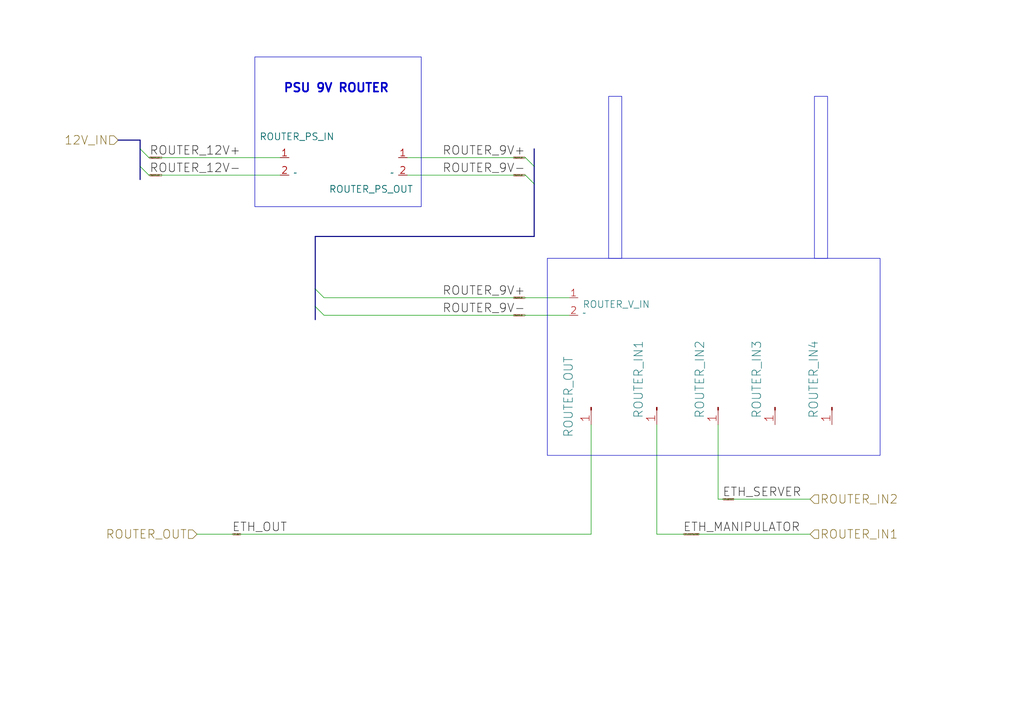
<source format=kicad_sch>
(kicad_sch (version 20231120) (generator "eeschema") (generator_version "8.0")
  (paper "A4")
  (lib_symbols
    (symbol "Connector:Conn_01x01_Pin" (pin_names (offset 1.016) hide)
      (property "Reference" "J" (at 0 6.604 0))
      (property "Value" "Conn_01x01_Pin" (at 0 -2.54 0))
      (symbol "Conn_01x01_Pin_1_1"
        (polyline (pts (xy 1.27 0) (xy 0.8636 0)) (stroke (width 0.1524)))
        (rectangle (start 0.8636 0.127) (end 0 -0.127) (stroke (width 0.1524)) (fill (type outline)))
        (pin passive line (at 5.08 0 180) (length 3.81) (name "Pin_1") (number "1"))
      )
    )
    (symbol "Connector:Conn_01x02_(wide)"
      (property "Reference" "J" (at 0 0 0))
      (symbol "Conn_01x02_(wide)_1_1"
        (pin input line (at -2.54 -5.08 0) (length 2.54) (name "") (number "1"))
        (pin input line (at -2.54 -10.16 0) (length 2.54) (name "") (number "2"))
      )
    )
  )
  (bus_entry (at 152.4 45.72) (size 2.54 2.54))
  (bus_entry (at 91.44 88.9) (size 2.54 2.54))
  (bus_entry (at 40.64 43.18) (size 2.54 2.54))
  (bus_entry (at 91.44 83.82) (size 2.54 2.54))
  (bus_entry (at 152.4 50.8) (size 2.54 2.54))
  (bus_entry (at 40.64 48.26) (size 2.54 2.54))
  (bus (pts (xy 40.64 40.64) (xy 40.64 43.18)))
  (wire (pts (xy 43.18 50.8) (xy 81.28 50.8)))
  (wire (pts (xy 43.18 45.72) (xy 81.28 45.72)))
  (bus (pts (xy 154.94 48.26) (xy 154.94 53.34)))
  (wire (pts (xy 208.28 123.19) (xy 208.28 144.78)))
  (wire (pts (xy 171.45 154.94) (xy 171.45 123.19)))
  (bus (pts (xy 40.64 43.18) (xy 40.64 48.26)))
  (wire (pts (xy 118.11 50.8) (xy 152.4 50.8)))
  (bus (pts (xy 34.29 40.64) (xy 40.64 40.64)))
  (wire (pts (xy 93.98 91.44) (xy 165.1 91.44)))
  (wire (pts (xy 57.15 154.94) (xy 171.45 154.94)))
  (bus (pts (xy 91.44 68.58) (xy 91.44 83.82)))
  (bus (pts (xy 91.44 83.82) (xy 91.44 88.9)))
  (bus (pts (xy 40.64 48.26) (xy 40.64 52.07)))
  (wire (pts (xy 118.11 45.72) (xy 152.4 45.72)))
  (bus (pts (xy 91.44 88.9) (xy 91.44 92.71)))
  (bus (pts (xy 154.94 68.58) (xy 91.44 68.58)))
  (bus (pts (xy 154.94 53.34) (xy 154.94 68.58)))
  (wire (pts (xy 93.98 86.36) (xy 165.1 86.36)))
  (wire (pts (xy 208.28 144.78) (xy 234.95 144.78)))
  (wire (pts (xy 190.5 154.94) (xy 190.5 123.19)))
  (bus (pts (xy 154.94 43.18) (xy 154.94 48.26)))
  (wire (pts (xy 234.95 154.94) (xy 190.5 154.94)))
  (rectangle (start 236.22 27.94) (end 240.03 74.93))
  (rectangle (start 158.75 74.93) (end 255.27 132.08))
  (rectangle (start 176.53 27.94) (end 180.34 74.93))
  (rectangle (start 73.914 16.51) (end 122.174 59.944))
  (text "PSU 9V ROUTER\n" (at 97.536 25.654 0) (effects (font (size 2.5 2.5) (thickness 0.5) (bold yes))))
  (label "ETH_MANIPULATOR" (at 198.12 154.94 0) (effects (font (size 2.5 2.5))))
  (label "ROUTER_9V-" (at 152.4 91.44 180) (effects (font (size 2.5 2.5))))
  (label "ROUTER_9V+" (at 152.4 86.36 180) (effects (font (size 2.5 2.5))))
  (label "ROUTER_12V-" (at 69.85 50.8 180) (effects (font (size 2.5 2.5))))
  (label "ROUTER_9V+" (at 152.4 45.72 180) (effects (font (size 2.5 2.5))))
  (label "ETH_SERVER" (at 209.55 144.78 0) (effects (font (size 2.5 2.5))))
  (label "ROUTER_12V+" (at 69.85 45.72 180) (effects (font (size 2.5 2.5))))
  (label "ETH_OUT" (at 67.31 154.94 0) (effects (font (size 2.5 2.5))))
  (label "ROUTER_9V-" (at 152.4 50.8 180) (effects (font (size 2.5 2.5))))
  (global_label "ETH_MANIPULATOR" (shape input) (at 198.12 154.94 0) (effects (font (size 0.3 0.3))) (property "Intersheetrefs" "${INTERSHEET_REFS}" (effects (hide yes))))
  (global_label "ETH_SERVER" (shape input) (at 209.55 144.78 0) (effects (font (size 0.3 0.3))) (property "Intersheetrefs" "${INTERSHEET_REFS}" (effects (hide yes))))
  (global_label "ROUTER_12V-" (shape input) (at 43.18 50.8 0) (effects (font (size 0.3 0.3))) (property "Intersheetrefs" "${INTERSHEET_REFS}" (effects (hide yes))))
  (global_label "ETH_OUT" (shape input) (at 67.31 154.94 0) (effects (font (size 0.3 0.3))) (property "Intersheetrefs" "${INTERSHEET_REFS}" (effects (hide yes))))
  (global_label "ROUTER_9V+" (shape input) (at 152.4 86.36 180) (effects (font (size 0.3 0.3))) (property "Intersheetrefs" "${INTERSHEET_REFS}" (effects (hide yes))))
  (global_label "ROUTER_9V-" (shape input) (at 152.4 91.44 180) (effects (font (size 0.3 0.3))) (property "Intersheetrefs" "${INTERSHEET_REFS}" (effects (hide yes))))
  (global_label "ROUTER_9V-" (shape input) (at 152.4 50.8 180) (effects (font (size 0.3 0.3))) (property "Intersheetrefs" "${INTERSHEET_REFS}" (effects (hide yes))))
  (global_label "ROUTER_9V+" (shape input) (at 152.4 45.72 180) (effects (font (size 0.3 0.3))) (property "Intersheetrefs" "${INTERSHEET_REFS}" (effects (hide yes))))
  (global_label "ROUTER_12V+" (shape input) (at 43.18 45.72 0) (effects (font (size 0.3 0.3))) (property "Intersheetrefs" "${INTERSHEET_REFS}" (effects (hide yes))))
  (hierarchical_label "ROUTER_IN1" (shape input) (at 234.95 154.94 0) (effects (font (size 2.5 2.5))))
  (hierarchical_label "ROUTER_IN2" (shape input) (at 234.95 144.78 0) (effects (font (size 2.5 2.5))))
  (hierarchical_label "ROUTER_OUT" (shape input) (at 57.15 154.94 180) (effects (font (size 2.5 2.5))))
  (hierarchical_label "12V_IN" (shape input) (at 34.29 40.64 180) (effects (font (size 2.5 2.5))))
  (symbol (lib_id "Connector:Conn_01x01_Pin") (at 224.79 118.11 270) (unit 1)
    (property "Reference" "ROUTER_IN3" (at 219.456 98.552 0) (effects (font (size 2.5 2.5)) (justify left)))
    (property "Value" "Conn_01x01_Pin" (effects (hide yes)))
    (property "Description" "Generic connector, single row, 01x01, script generated" (effects (hide yes)))
  )
  (symbol (lib_id "Connector:Conn_01x02_(wide)") (at 83.82 40.64 0) (unit 1)
    (property "Reference" "ROUTER_PS_IN" (at 75.184 39.624 0) (effects (font (size 2 2)) (justify left)))
    (property "Value" "~" (at 85.09 50.165 0) (effects (justify left)))
  )
  (symbol (lib_id "Connector:Conn_01x02_(wide)") (at 115.57 40.64 0) (mirror y) (unit 1)
    (property "Reference" "ROUTER_PS_OUT" (at 119.888 54.864 0) (effects (font (size 2 2)) (justify left)))
    (property "Value" "~" (at 114.3 50.165 0) (effects (justify left)))
  )
  (symbol (lib_id "Connector:Conn_01x01_Pin") (at 171.45 118.11 270) (unit 1)
    (property "Reference" "ROUTER_OUT" (at 164.846 103.124 0) (effects (font (size 2.5 2.5)) (justify left)))
    (property "Value" "Conn_01x01_Pin" (effects (hide yes)))
    (property "Description" "Generic connector, single row, 01x01, script generated" (effects (hide yes)))
  )
  (symbol (lib_id "Connector:Conn_01x01_Pin") (at 208.28 118.11 270) (unit 1)
    (property "Reference" "ROUTER_IN2" (at 202.946 98.552 0) (effects (font (size 2.5 2.5)) (justify left)))
    (property "Value" "Conn_01x01_Pin" (effects (hide yes)))
    (property "Description" "Generic connector, single row, 01x01, script generated" (effects (hide yes)))
  )
  (symbol (lib_id "Connector:Conn_01x01_Pin") (at 190.5 118.11 270) (unit 1)
    (property "Reference" "ROUTER_IN1" (at 185.166 98.552 0) (effects (font (size 2.5 2.5)) (justify left)))
    (property "Value" "Conn_01x01_Pin" (effects (hide yes)))
    (property "Description" "Generic connector, single row, 01x01, script generated" (effects (hide yes)))
  )
  (symbol (lib_id "Connector:Conn_01x01_Pin") (at 241.3 118.11 270) (unit 1)
    (property "Reference" "ROUTER_IN4" (at 235.966 98.552 0) (effects (font (size 2.5 2.5)) (justify left)))
    (property "Value" "Conn_01x01_Pin" (effects (hide yes)))
    (property "Description" "Generic connector, single row, 01x01, script generated" (effects (hide yes)))
  )
  (symbol (lib_id "Connector:Conn_01x02_(wide)") (at 167.64 81.28 0) (unit 1)
    (property "Reference" "ROUTER_V_IN" (at 168.91 88.2649 0) (effects (font (size 2 2)) (justify left)))
    (property "Value" "~" (at 168.91 90.805 0) (effects (justify left)))
  )
)
</source>
